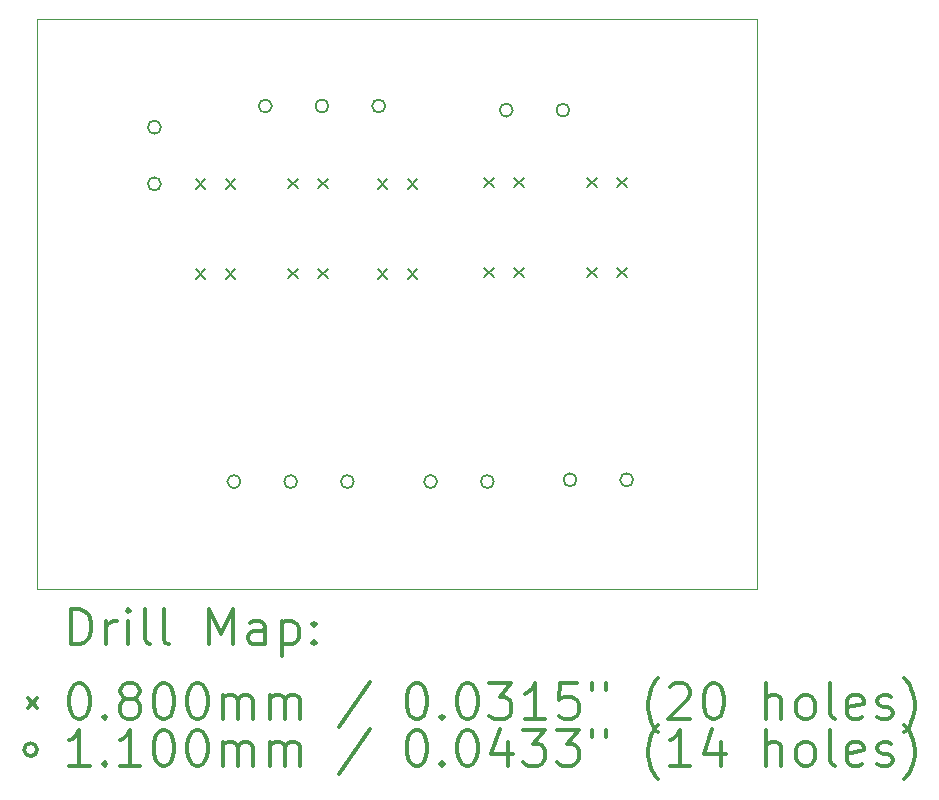
<source format=gbr>
%FSLAX45Y45*%
G04 Gerber Fmt 4.5, Leading zero omitted, Abs format (unit mm)*
G04 Created by KiCad (PCBNEW 5.1.10) date 2021-12-10 15:57:23*
%MOMM*%
%LPD*%
G01*
G04 APERTURE LIST*
%TA.AperFunction,Profile*%
%ADD10C,0.050000*%
%TD*%
%ADD11C,0.200000*%
%ADD12C,0.300000*%
G04 APERTURE END LIST*
D10*
X10541000Y-17526000D02*
X10541000Y-12700000D01*
X16637000Y-17526000D02*
X10541000Y-17526000D01*
X16637000Y-12700000D02*
X16637000Y-17526000D01*
X10541000Y-12700000D02*
X16637000Y-12700000D01*
D11*
X11883000Y-14057000D02*
X11963000Y-14137000D01*
X11963000Y-14057000D02*
X11883000Y-14137000D01*
X11883000Y-14819000D02*
X11963000Y-14899000D01*
X11963000Y-14819000D02*
X11883000Y-14899000D01*
X12137000Y-14057000D02*
X12217000Y-14137000D01*
X12217000Y-14057000D02*
X12137000Y-14137000D01*
X12137000Y-14819000D02*
X12217000Y-14899000D01*
X12217000Y-14819000D02*
X12137000Y-14899000D01*
X12664000Y-14052000D02*
X12744000Y-14132000D01*
X12744000Y-14052000D02*
X12664000Y-14132000D01*
X12664000Y-14814000D02*
X12744000Y-14894000D01*
X12744000Y-14814000D02*
X12664000Y-14894000D01*
X12918000Y-14052000D02*
X12998000Y-14132000D01*
X12998000Y-14052000D02*
X12918000Y-14132000D01*
X12918000Y-14814000D02*
X12998000Y-14894000D01*
X12998000Y-14814000D02*
X12918000Y-14894000D01*
X13422000Y-14057000D02*
X13502000Y-14137000D01*
X13502000Y-14057000D02*
X13422000Y-14137000D01*
X13422000Y-14819000D02*
X13502000Y-14899000D01*
X13502000Y-14819000D02*
X13422000Y-14899000D01*
X13676000Y-14057000D02*
X13756000Y-14137000D01*
X13756000Y-14057000D02*
X13676000Y-14137000D01*
X13676000Y-14819000D02*
X13756000Y-14899000D01*
X13756000Y-14819000D02*
X13676000Y-14899000D01*
X14325000Y-14043000D02*
X14405000Y-14123000D01*
X14405000Y-14043000D02*
X14325000Y-14123000D01*
X14325000Y-14805000D02*
X14405000Y-14885000D01*
X14405000Y-14805000D02*
X14325000Y-14885000D01*
X14579000Y-14043000D02*
X14659000Y-14123000D01*
X14659000Y-14043000D02*
X14579000Y-14123000D01*
X14579000Y-14805000D02*
X14659000Y-14885000D01*
X14659000Y-14805000D02*
X14579000Y-14885000D01*
X15195000Y-14043000D02*
X15275000Y-14123000D01*
X15275000Y-14043000D02*
X15195000Y-14123000D01*
X15195000Y-14805000D02*
X15275000Y-14885000D01*
X15275000Y-14805000D02*
X15195000Y-14885000D01*
X15449000Y-14043000D02*
X15529000Y-14123000D01*
X15529000Y-14043000D02*
X15449000Y-14123000D01*
X15449000Y-14805000D02*
X15529000Y-14885000D01*
X15529000Y-14805000D02*
X15449000Y-14885000D01*
X11586600Y-13614400D02*
G75*
G03*
X11586600Y-13614400I-55000J0D01*
G01*
X11586600Y-14094400D02*
G75*
G03*
X11586600Y-14094400I-55000J0D01*
G01*
X12260000Y-16615000D02*
G75*
G03*
X12260000Y-16615000I-55000J0D01*
G01*
X12525000Y-13435000D02*
G75*
G03*
X12525000Y-13435000I-55000J0D01*
G01*
X12740000Y-16615000D02*
G75*
G03*
X12740000Y-16615000I-55000J0D01*
G01*
X13005000Y-13435000D02*
G75*
G03*
X13005000Y-13435000I-55000J0D01*
G01*
X13220000Y-16615000D02*
G75*
G03*
X13220000Y-16615000I-55000J0D01*
G01*
X13485000Y-13435000D02*
G75*
G03*
X13485000Y-13435000I-55000J0D01*
G01*
X13925000Y-16615000D02*
G75*
G03*
X13925000Y-16615000I-55000J0D01*
G01*
X14405000Y-16615000D02*
G75*
G03*
X14405000Y-16615000I-55000J0D01*
G01*
X14565000Y-13470000D02*
G75*
G03*
X14565000Y-13470000I-55000J0D01*
G01*
X15045000Y-13470000D02*
G75*
G03*
X15045000Y-13470000I-55000J0D01*
G01*
X15105000Y-16600000D02*
G75*
G03*
X15105000Y-16600000I-55000J0D01*
G01*
X15585000Y-16600000D02*
G75*
G03*
X15585000Y-16600000I-55000J0D01*
G01*
D12*
X10824928Y-17994214D02*
X10824928Y-17694214D01*
X10896357Y-17694214D01*
X10939214Y-17708500D01*
X10967786Y-17737072D01*
X10982071Y-17765643D01*
X10996357Y-17822786D01*
X10996357Y-17865643D01*
X10982071Y-17922786D01*
X10967786Y-17951357D01*
X10939214Y-17979929D01*
X10896357Y-17994214D01*
X10824928Y-17994214D01*
X11124928Y-17994214D02*
X11124928Y-17794214D01*
X11124928Y-17851357D02*
X11139214Y-17822786D01*
X11153500Y-17808500D01*
X11182071Y-17794214D01*
X11210643Y-17794214D01*
X11310643Y-17994214D02*
X11310643Y-17794214D01*
X11310643Y-17694214D02*
X11296357Y-17708500D01*
X11310643Y-17722786D01*
X11324928Y-17708500D01*
X11310643Y-17694214D01*
X11310643Y-17722786D01*
X11496357Y-17994214D02*
X11467786Y-17979929D01*
X11453500Y-17951357D01*
X11453500Y-17694214D01*
X11653500Y-17994214D02*
X11624928Y-17979929D01*
X11610643Y-17951357D01*
X11610643Y-17694214D01*
X11996357Y-17994214D02*
X11996357Y-17694214D01*
X12096357Y-17908500D01*
X12196357Y-17694214D01*
X12196357Y-17994214D01*
X12467786Y-17994214D02*
X12467786Y-17837072D01*
X12453500Y-17808500D01*
X12424928Y-17794214D01*
X12367786Y-17794214D01*
X12339214Y-17808500D01*
X12467786Y-17979929D02*
X12439214Y-17994214D01*
X12367786Y-17994214D01*
X12339214Y-17979929D01*
X12324928Y-17951357D01*
X12324928Y-17922786D01*
X12339214Y-17894214D01*
X12367786Y-17879929D01*
X12439214Y-17879929D01*
X12467786Y-17865643D01*
X12610643Y-17794214D02*
X12610643Y-18094214D01*
X12610643Y-17808500D02*
X12639214Y-17794214D01*
X12696357Y-17794214D01*
X12724928Y-17808500D01*
X12739214Y-17822786D01*
X12753500Y-17851357D01*
X12753500Y-17937072D01*
X12739214Y-17965643D01*
X12724928Y-17979929D01*
X12696357Y-17994214D01*
X12639214Y-17994214D01*
X12610643Y-17979929D01*
X12882071Y-17965643D02*
X12896357Y-17979929D01*
X12882071Y-17994214D01*
X12867786Y-17979929D01*
X12882071Y-17965643D01*
X12882071Y-17994214D01*
X12882071Y-17808500D02*
X12896357Y-17822786D01*
X12882071Y-17837072D01*
X12867786Y-17822786D01*
X12882071Y-17808500D01*
X12882071Y-17837072D01*
X10458500Y-18448500D02*
X10538500Y-18528500D01*
X10538500Y-18448500D02*
X10458500Y-18528500D01*
X10882071Y-18324214D02*
X10910643Y-18324214D01*
X10939214Y-18338500D01*
X10953500Y-18352786D01*
X10967786Y-18381357D01*
X10982071Y-18438500D01*
X10982071Y-18509929D01*
X10967786Y-18567072D01*
X10953500Y-18595643D01*
X10939214Y-18609929D01*
X10910643Y-18624214D01*
X10882071Y-18624214D01*
X10853500Y-18609929D01*
X10839214Y-18595643D01*
X10824928Y-18567072D01*
X10810643Y-18509929D01*
X10810643Y-18438500D01*
X10824928Y-18381357D01*
X10839214Y-18352786D01*
X10853500Y-18338500D01*
X10882071Y-18324214D01*
X11110643Y-18595643D02*
X11124928Y-18609929D01*
X11110643Y-18624214D01*
X11096357Y-18609929D01*
X11110643Y-18595643D01*
X11110643Y-18624214D01*
X11296357Y-18452786D02*
X11267786Y-18438500D01*
X11253500Y-18424214D01*
X11239214Y-18395643D01*
X11239214Y-18381357D01*
X11253500Y-18352786D01*
X11267786Y-18338500D01*
X11296357Y-18324214D01*
X11353500Y-18324214D01*
X11382071Y-18338500D01*
X11396357Y-18352786D01*
X11410643Y-18381357D01*
X11410643Y-18395643D01*
X11396357Y-18424214D01*
X11382071Y-18438500D01*
X11353500Y-18452786D01*
X11296357Y-18452786D01*
X11267786Y-18467072D01*
X11253500Y-18481357D01*
X11239214Y-18509929D01*
X11239214Y-18567072D01*
X11253500Y-18595643D01*
X11267786Y-18609929D01*
X11296357Y-18624214D01*
X11353500Y-18624214D01*
X11382071Y-18609929D01*
X11396357Y-18595643D01*
X11410643Y-18567072D01*
X11410643Y-18509929D01*
X11396357Y-18481357D01*
X11382071Y-18467072D01*
X11353500Y-18452786D01*
X11596357Y-18324214D02*
X11624928Y-18324214D01*
X11653500Y-18338500D01*
X11667786Y-18352786D01*
X11682071Y-18381357D01*
X11696357Y-18438500D01*
X11696357Y-18509929D01*
X11682071Y-18567072D01*
X11667786Y-18595643D01*
X11653500Y-18609929D01*
X11624928Y-18624214D01*
X11596357Y-18624214D01*
X11567786Y-18609929D01*
X11553500Y-18595643D01*
X11539214Y-18567072D01*
X11524928Y-18509929D01*
X11524928Y-18438500D01*
X11539214Y-18381357D01*
X11553500Y-18352786D01*
X11567786Y-18338500D01*
X11596357Y-18324214D01*
X11882071Y-18324214D02*
X11910643Y-18324214D01*
X11939214Y-18338500D01*
X11953500Y-18352786D01*
X11967786Y-18381357D01*
X11982071Y-18438500D01*
X11982071Y-18509929D01*
X11967786Y-18567072D01*
X11953500Y-18595643D01*
X11939214Y-18609929D01*
X11910643Y-18624214D01*
X11882071Y-18624214D01*
X11853500Y-18609929D01*
X11839214Y-18595643D01*
X11824928Y-18567072D01*
X11810643Y-18509929D01*
X11810643Y-18438500D01*
X11824928Y-18381357D01*
X11839214Y-18352786D01*
X11853500Y-18338500D01*
X11882071Y-18324214D01*
X12110643Y-18624214D02*
X12110643Y-18424214D01*
X12110643Y-18452786D02*
X12124928Y-18438500D01*
X12153500Y-18424214D01*
X12196357Y-18424214D01*
X12224928Y-18438500D01*
X12239214Y-18467072D01*
X12239214Y-18624214D01*
X12239214Y-18467072D02*
X12253500Y-18438500D01*
X12282071Y-18424214D01*
X12324928Y-18424214D01*
X12353500Y-18438500D01*
X12367786Y-18467072D01*
X12367786Y-18624214D01*
X12510643Y-18624214D02*
X12510643Y-18424214D01*
X12510643Y-18452786D02*
X12524928Y-18438500D01*
X12553500Y-18424214D01*
X12596357Y-18424214D01*
X12624928Y-18438500D01*
X12639214Y-18467072D01*
X12639214Y-18624214D01*
X12639214Y-18467072D02*
X12653500Y-18438500D01*
X12682071Y-18424214D01*
X12724928Y-18424214D01*
X12753500Y-18438500D01*
X12767786Y-18467072D01*
X12767786Y-18624214D01*
X13353500Y-18309929D02*
X13096357Y-18695643D01*
X13739214Y-18324214D02*
X13767786Y-18324214D01*
X13796357Y-18338500D01*
X13810643Y-18352786D01*
X13824928Y-18381357D01*
X13839214Y-18438500D01*
X13839214Y-18509929D01*
X13824928Y-18567072D01*
X13810643Y-18595643D01*
X13796357Y-18609929D01*
X13767786Y-18624214D01*
X13739214Y-18624214D01*
X13710643Y-18609929D01*
X13696357Y-18595643D01*
X13682071Y-18567072D01*
X13667786Y-18509929D01*
X13667786Y-18438500D01*
X13682071Y-18381357D01*
X13696357Y-18352786D01*
X13710643Y-18338500D01*
X13739214Y-18324214D01*
X13967786Y-18595643D02*
X13982071Y-18609929D01*
X13967786Y-18624214D01*
X13953500Y-18609929D01*
X13967786Y-18595643D01*
X13967786Y-18624214D01*
X14167786Y-18324214D02*
X14196357Y-18324214D01*
X14224928Y-18338500D01*
X14239214Y-18352786D01*
X14253500Y-18381357D01*
X14267786Y-18438500D01*
X14267786Y-18509929D01*
X14253500Y-18567072D01*
X14239214Y-18595643D01*
X14224928Y-18609929D01*
X14196357Y-18624214D01*
X14167786Y-18624214D01*
X14139214Y-18609929D01*
X14124928Y-18595643D01*
X14110643Y-18567072D01*
X14096357Y-18509929D01*
X14096357Y-18438500D01*
X14110643Y-18381357D01*
X14124928Y-18352786D01*
X14139214Y-18338500D01*
X14167786Y-18324214D01*
X14367786Y-18324214D02*
X14553500Y-18324214D01*
X14453500Y-18438500D01*
X14496357Y-18438500D01*
X14524928Y-18452786D01*
X14539214Y-18467072D01*
X14553500Y-18495643D01*
X14553500Y-18567072D01*
X14539214Y-18595643D01*
X14524928Y-18609929D01*
X14496357Y-18624214D01*
X14410643Y-18624214D01*
X14382071Y-18609929D01*
X14367786Y-18595643D01*
X14839214Y-18624214D02*
X14667786Y-18624214D01*
X14753500Y-18624214D02*
X14753500Y-18324214D01*
X14724928Y-18367072D01*
X14696357Y-18395643D01*
X14667786Y-18409929D01*
X15110643Y-18324214D02*
X14967786Y-18324214D01*
X14953500Y-18467072D01*
X14967786Y-18452786D01*
X14996357Y-18438500D01*
X15067786Y-18438500D01*
X15096357Y-18452786D01*
X15110643Y-18467072D01*
X15124928Y-18495643D01*
X15124928Y-18567072D01*
X15110643Y-18595643D01*
X15096357Y-18609929D01*
X15067786Y-18624214D01*
X14996357Y-18624214D01*
X14967786Y-18609929D01*
X14953500Y-18595643D01*
X15239214Y-18324214D02*
X15239214Y-18381357D01*
X15353500Y-18324214D02*
X15353500Y-18381357D01*
X15796357Y-18738500D02*
X15782071Y-18724214D01*
X15753500Y-18681357D01*
X15739214Y-18652786D01*
X15724928Y-18609929D01*
X15710643Y-18538500D01*
X15710643Y-18481357D01*
X15724928Y-18409929D01*
X15739214Y-18367072D01*
X15753500Y-18338500D01*
X15782071Y-18295643D01*
X15796357Y-18281357D01*
X15896357Y-18352786D02*
X15910643Y-18338500D01*
X15939214Y-18324214D01*
X16010643Y-18324214D01*
X16039214Y-18338500D01*
X16053500Y-18352786D01*
X16067786Y-18381357D01*
X16067786Y-18409929D01*
X16053500Y-18452786D01*
X15882071Y-18624214D01*
X16067786Y-18624214D01*
X16253500Y-18324214D02*
X16282071Y-18324214D01*
X16310643Y-18338500D01*
X16324928Y-18352786D01*
X16339214Y-18381357D01*
X16353500Y-18438500D01*
X16353500Y-18509929D01*
X16339214Y-18567072D01*
X16324928Y-18595643D01*
X16310643Y-18609929D01*
X16282071Y-18624214D01*
X16253500Y-18624214D01*
X16224928Y-18609929D01*
X16210643Y-18595643D01*
X16196357Y-18567072D01*
X16182071Y-18509929D01*
X16182071Y-18438500D01*
X16196357Y-18381357D01*
X16210643Y-18352786D01*
X16224928Y-18338500D01*
X16253500Y-18324214D01*
X16710643Y-18624214D02*
X16710643Y-18324214D01*
X16839214Y-18624214D02*
X16839214Y-18467072D01*
X16824928Y-18438500D01*
X16796357Y-18424214D01*
X16753500Y-18424214D01*
X16724928Y-18438500D01*
X16710643Y-18452786D01*
X17024928Y-18624214D02*
X16996357Y-18609929D01*
X16982071Y-18595643D01*
X16967786Y-18567072D01*
X16967786Y-18481357D01*
X16982071Y-18452786D01*
X16996357Y-18438500D01*
X17024928Y-18424214D01*
X17067786Y-18424214D01*
X17096357Y-18438500D01*
X17110643Y-18452786D01*
X17124928Y-18481357D01*
X17124928Y-18567072D01*
X17110643Y-18595643D01*
X17096357Y-18609929D01*
X17067786Y-18624214D01*
X17024928Y-18624214D01*
X17296357Y-18624214D02*
X17267786Y-18609929D01*
X17253500Y-18581357D01*
X17253500Y-18324214D01*
X17524928Y-18609929D02*
X17496357Y-18624214D01*
X17439214Y-18624214D01*
X17410643Y-18609929D01*
X17396357Y-18581357D01*
X17396357Y-18467072D01*
X17410643Y-18438500D01*
X17439214Y-18424214D01*
X17496357Y-18424214D01*
X17524928Y-18438500D01*
X17539214Y-18467072D01*
X17539214Y-18495643D01*
X17396357Y-18524214D01*
X17653500Y-18609929D02*
X17682071Y-18624214D01*
X17739214Y-18624214D01*
X17767786Y-18609929D01*
X17782071Y-18581357D01*
X17782071Y-18567072D01*
X17767786Y-18538500D01*
X17739214Y-18524214D01*
X17696357Y-18524214D01*
X17667786Y-18509929D01*
X17653500Y-18481357D01*
X17653500Y-18467072D01*
X17667786Y-18438500D01*
X17696357Y-18424214D01*
X17739214Y-18424214D01*
X17767786Y-18438500D01*
X17882071Y-18738500D02*
X17896357Y-18724214D01*
X17924928Y-18681357D01*
X17939214Y-18652786D01*
X17953500Y-18609929D01*
X17967786Y-18538500D01*
X17967786Y-18481357D01*
X17953500Y-18409929D01*
X17939214Y-18367072D01*
X17924928Y-18338500D01*
X17896357Y-18295643D01*
X17882071Y-18281357D01*
X10538500Y-18884500D02*
G75*
G03*
X10538500Y-18884500I-55000J0D01*
G01*
X10982071Y-19020214D02*
X10810643Y-19020214D01*
X10896357Y-19020214D02*
X10896357Y-18720214D01*
X10867786Y-18763072D01*
X10839214Y-18791643D01*
X10810643Y-18805929D01*
X11110643Y-18991643D02*
X11124928Y-19005929D01*
X11110643Y-19020214D01*
X11096357Y-19005929D01*
X11110643Y-18991643D01*
X11110643Y-19020214D01*
X11410643Y-19020214D02*
X11239214Y-19020214D01*
X11324928Y-19020214D02*
X11324928Y-18720214D01*
X11296357Y-18763072D01*
X11267786Y-18791643D01*
X11239214Y-18805929D01*
X11596357Y-18720214D02*
X11624928Y-18720214D01*
X11653500Y-18734500D01*
X11667786Y-18748786D01*
X11682071Y-18777357D01*
X11696357Y-18834500D01*
X11696357Y-18905929D01*
X11682071Y-18963072D01*
X11667786Y-18991643D01*
X11653500Y-19005929D01*
X11624928Y-19020214D01*
X11596357Y-19020214D01*
X11567786Y-19005929D01*
X11553500Y-18991643D01*
X11539214Y-18963072D01*
X11524928Y-18905929D01*
X11524928Y-18834500D01*
X11539214Y-18777357D01*
X11553500Y-18748786D01*
X11567786Y-18734500D01*
X11596357Y-18720214D01*
X11882071Y-18720214D02*
X11910643Y-18720214D01*
X11939214Y-18734500D01*
X11953500Y-18748786D01*
X11967786Y-18777357D01*
X11982071Y-18834500D01*
X11982071Y-18905929D01*
X11967786Y-18963072D01*
X11953500Y-18991643D01*
X11939214Y-19005929D01*
X11910643Y-19020214D01*
X11882071Y-19020214D01*
X11853500Y-19005929D01*
X11839214Y-18991643D01*
X11824928Y-18963072D01*
X11810643Y-18905929D01*
X11810643Y-18834500D01*
X11824928Y-18777357D01*
X11839214Y-18748786D01*
X11853500Y-18734500D01*
X11882071Y-18720214D01*
X12110643Y-19020214D02*
X12110643Y-18820214D01*
X12110643Y-18848786D02*
X12124928Y-18834500D01*
X12153500Y-18820214D01*
X12196357Y-18820214D01*
X12224928Y-18834500D01*
X12239214Y-18863072D01*
X12239214Y-19020214D01*
X12239214Y-18863072D02*
X12253500Y-18834500D01*
X12282071Y-18820214D01*
X12324928Y-18820214D01*
X12353500Y-18834500D01*
X12367786Y-18863072D01*
X12367786Y-19020214D01*
X12510643Y-19020214D02*
X12510643Y-18820214D01*
X12510643Y-18848786D02*
X12524928Y-18834500D01*
X12553500Y-18820214D01*
X12596357Y-18820214D01*
X12624928Y-18834500D01*
X12639214Y-18863072D01*
X12639214Y-19020214D01*
X12639214Y-18863072D02*
X12653500Y-18834500D01*
X12682071Y-18820214D01*
X12724928Y-18820214D01*
X12753500Y-18834500D01*
X12767786Y-18863072D01*
X12767786Y-19020214D01*
X13353500Y-18705929D02*
X13096357Y-19091643D01*
X13739214Y-18720214D02*
X13767786Y-18720214D01*
X13796357Y-18734500D01*
X13810643Y-18748786D01*
X13824928Y-18777357D01*
X13839214Y-18834500D01*
X13839214Y-18905929D01*
X13824928Y-18963072D01*
X13810643Y-18991643D01*
X13796357Y-19005929D01*
X13767786Y-19020214D01*
X13739214Y-19020214D01*
X13710643Y-19005929D01*
X13696357Y-18991643D01*
X13682071Y-18963072D01*
X13667786Y-18905929D01*
X13667786Y-18834500D01*
X13682071Y-18777357D01*
X13696357Y-18748786D01*
X13710643Y-18734500D01*
X13739214Y-18720214D01*
X13967786Y-18991643D02*
X13982071Y-19005929D01*
X13967786Y-19020214D01*
X13953500Y-19005929D01*
X13967786Y-18991643D01*
X13967786Y-19020214D01*
X14167786Y-18720214D02*
X14196357Y-18720214D01*
X14224928Y-18734500D01*
X14239214Y-18748786D01*
X14253500Y-18777357D01*
X14267786Y-18834500D01*
X14267786Y-18905929D01*
X14253500Y-18963072D01*
X14239214Y-18991643D01*
X14224928Y-19005929D01*
X14196357Y-19020214D01*
X14167786Y-19020214D01*
X14139214Y-19005929D01*
X14124928Y-18991643D01*
X14110643Y-18963072D01*
X14096357Y-18905929D01*
X14096357Y-18834500D01*
X14110643Y-18777357D01*
X14124928Y-18748786D01*
X14139214Y-18734500D01*
X14167786Y-18720214D01*
X14524928Y-18820214D02*
X14524928Y-19020214D01*
X14453500Y-18705929D02*
X14382071Y-18920214D01*
X14567786Y-18920214D01*
X14653500Y-18720214D02*
X14839214Y-18720214D01*
X14739214Y-18834500D01*
X14782071Y-18834500D01*
X14810643Y-18848786D01*
X14824928Y-18863072D01*
X14839214Y-18891643D01*
X14839214Y-18963072D01*
X14824928Y-18991643D01*
X14810643Y-19005929D01*
X14782071Y-19020214D01*
X14696357Y-19020214D01*
X14667786Y-19005929D01*
X14653500Y-18991643D01*
X14939214Y-18720214D02*
X15124928Y-18720214D01*
X15024928Y-18834500D01*
X15067786Y-18834500D01*
X15096357Y-18848786D01*
X15110643Y-18863072D01*
X15124928Y-18891643D01*
X15124928Y-18963072D01*
X15110643Y-18991643D01*
X15096357Y-19005929D01*
X15067786Y-19020214D01*
X14982071Y-19020214D01*
X14953500Y-19005929D01*
X14939214Y-18991643D01*
X15239214Y-18720214D02*
X15239214Y-18777357D01*
X15353500Y-18720214D02*
X15353500Y-18777357D01*
X15796357Y-19134500D02*
X15782071Y-19120214D01*
X15753500Y-19077357D01*
X15739214Y-19048786D01*
X15724928Y-19005929D01*
X15710643Y-18934500D01*
X15710643Y-18877357D01*
X15724928Y-18805929D01*
X15739214Y-18763072D01*
X15753500Y-18734500D01*
X15782071Y-18691643D01*
X15796357Y-18677357D01*
X16067786Y-19020214D02*
X15896357Y-19020214D01*
X15982071Y-19020214D02*
X15982071Y-18720214D01*
X15953500Y-18763072D01*
X15924928Y-18791643D01*
X15896357Y-18805929D01*
X16324928Y-18820214D02*
X16324928Y-19020214D01*
X16253500Y-18705929D02*
X16182071Y-18920214D01*
X16367786Y-18920214D01*
X16710643Y-19020214D02*
X16710643Y-18720214D01*
X16839214Y-19020214D02*
X16839214Y-18863072D01*
X16824928Y-18834500D01*
X16796357Y-18820214D01*
X16753500Y-18820214D01*
X16724928Y-18834500D01*
X16710643Y-18848786D01*
X17024928Y-19020214D02*
X16996357Y-19005929D01*
X16982071Y-18991643D01*
X16967786Y-18963072D01*
X16967786Y-18877357D01*
X16982071Y-18848786D01*
X16996357Y-18834500D01*
X17024928Y-18820214D01*
X17067786Y-18820214D01*
X17096357Y-18834500D01*
X17110643Y-18848786D01*
X17124928Y-18877357D01*
X17124928Y-18963072D01*
X17110643Y-18991643D01*
X17096357Y-19005929D01*
X17067786Y-19020214D01*
X17024928Y-19020214D01*
X17296357Y-19020214D02*
X17267786Y-19005929D01*
X17253500Y-18977357D01*
X17253500Y-18720214D01*
X17524928Y-19005929D02*
X17496357Y-19020214D01*
X17439214Y-19020214D01*
X17410643Y-19005929D01*
X17396357Y-18977357D01*
X17396357Y-18863072D01*
X17410643Y-18834500D01*
X17439214Y-18820214D01*
X17496357Y-18820214D01*
X17524928Y-18834500D01*
X17539214Y-18863072D01*
X17539214Y-18891643D01*
X17396357Y-18920214D01*
X17653500Y-19005929D02*
X17682071Y-19020214D01*
X17739214Y-19020214D01*
X17767786Y-19005929D01*
X17782071Y-18977357D01*
X17782071Y-18963072D01*
X17767786Y-18934500D01*
X17739214Y-18920214D01*
X17696357Y-18920214D01*
X17667786Y-18905929D01*
X17653500Y-18877357D01*
X17653500Y-18863072D01*
X17667786Y-18834500D01*
X17696357Y-18820214D01*
X17739214Y-18820214D01*
X17767786Y-18834500D01*
X17882071Y-19134500D02*
X17896357Y-19120214D01*
X17924928Y-19077357D01*
X17939214Y-19048786D01*
X17953500Y-19005929D01*
X17967786Y-18934500D01*
X17967786Y-18877357D01*
X17953500Y-18805929D01*
X17939214Y-18763072D01*
X17924928Y-18734500D01*
X17896357Y-18691643D01*
X17882071Y-18677357D01*
M02*

</source>
